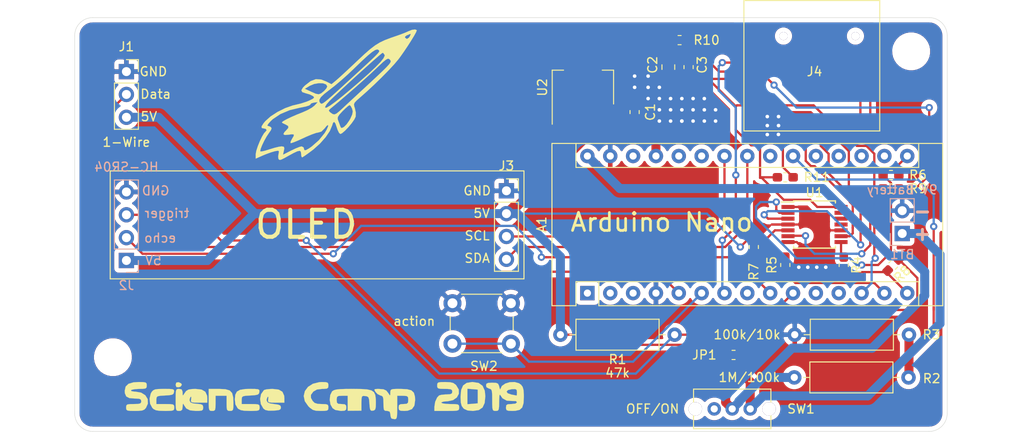
<source format=kicad_pcb>
(kicad_pcb (version 20171130) (host pcbnew 5.1.2+dfsg1-1)
  (layers (0 F.Cu signal) (31 B.Cu signal) (34 B.Paste user) (35 F.Paste user) (36 B.SilkS user) (37 F.SilkS user) (38 B.Mask user) (39 F.Mask user) (44 Edge.Cuts user))
  (net 0 "")
  (net 1 "Net-(A1-Pad30)")
  (net 2 GND)
  (net 3 "Net-(A1-Pad28)")
  (net 4 "Net-(A1-Pad12)")
  (net 5 +5V)
  (net 6 "Net-(A1-Pad11)")
  (net 7 "Net-(A1-Pad26)")
  (net 8 "Net-(A1-Pad10)")
  (net 9 "Net-(A1-Pad25)")
  (net 10 "Net-(A1-Pad9)")
  (net 11 /SCL)
  (net 12 "Net-(A1-Pad8)")
  (net 13 /SDA)
  (net 14 "Net-(A1-Pad22)")
  (net 15 "Net-(A1-Pad6)")
  (net 16 "Net-(A1-Pad21)")
  (net 17 "Net-(A1-Pad20)")
  (net 18 "Net-(A1-Pad19)")
  (net 19 "Net-(A1-Pad3)")
  (net 20 "Net-(A1-Pad18)")
  (net 21 "Net-(A1-Pad2)")
  (net 22 +3V3)
  (net 23 "Net-(A1-Pad1)")
  (net 24 "Net-(BT1-Pad1)")
  (net 25 "Net-(SW1-Pad1)")
  (net 26 SPI_SCK)
  (net 27 MISO)
  (net 28 MOSI)
  (net 29 SD_3V3)
  (net 30 "Net-(J4-Pad7)")
  (net 31 "Net-(J4-Pad3)")
  (net 32 "Net-(J4-Pad5)")
  (net 33 "Net-(R4-Pad1)")
  (net 34 "Net-(R5-Pad1)")
  (net 35 "Net-(R6-Pad1)")
  (net 36 "Net-(A1-Pad5)")
  (net 37 "Net-(J4-Pad1)")
  (net 38 "Net-(J4-Pad8)")
  (net 39 SD_SS)
  (net 40 SD_DETECT)
  (module parts:SOFNG_TF-15_15 (layer F.Cu) (at 197 86 180)
    (fp_text reference J4 (at 2.75 4) (layer F.SilkS))
    (fp_text value Micro_SD_Card_Det)
    (pad 8 smd rect (at 5.35 -2.6 180) (size 0.7 1.4) (layers F.Cu F.Paste F.Mask) (net 38 "Net-(J4-Pad8)"))
    (pad "" thru_hole circle (at 6.2 7.95 180) (size 0.9 0.9) (drill 0.9) (layers *.Cu *.Mask))
    (pad "" thru_hole circle (at -1.8 7.95 180) (size 0.9 0.9) (drill 0.9) (layers *.Cu *.Mask))
    (pad 7 smd rect (at 4.25 -2.6 180) (size 0.7 1.4) (layers F.Cu F.Paste F.Mask) (net 30 "Net-(J4-Pad7)"))
    (pad 6 smd rect (at 3.15 -2.6 180) (size 0.7 1.4) (layers F.Cu F.Paste F.Mask) (net 2 GND))
    (pad 5 smd rect (at 2.05 -2.6 180) (size 0.7 1.4) (layers F.Cu F.Paste F.Mask) (net 32 "Net-(J4-Pad5)"))
    (pad 4 smd rect (at 0.95 -2.6 180) (size 0.7 1.4) (layers F.Cu F.Paste F.Mask) (net 29 SD_3V3))
    (pad 3 smd rect (at -0.15 -2.6 180) (size 0.7 1.4) (layers F.Cu F.Paste F.Mask) (net 31 "Net-(J4-Pad3)"))
    (pad 2 smd rect (at -1.25 -2.6 180) (size 0.7 1.4) (layers F.Cu F.Paste F.Mask) (net 39 SD_SS))
    (pad 1 smd rect (at -2.35 -2.6 180) (size 0.7 1.4) (layers F.Cu F.Paste F.Mask) (net 37 "Net-(J4-Pad1)"))
    (pad 10 smd rect (at -3.45 -2.6 180) (size 0.7 1.4) (layers F.Cu F.Paste F.Mask) (net 40 SD_DETECT))
    (pad 11 smd rect (at 10 -1.9 180) (size 1.6 1.4) (layers F.Cu F.Paste F.Mask) (net 2 GND))
    (pad 11 smd rect (at -4.8 -1.9 180) (size 1.6 1.4) (layers F.Cu F.Paste F.Mask) (net 2 GND))
    (pad 11 smd rect (at 10.8 7.7 180) (size 1.2 2.2) (layers F.Cu F.Paste F.Mask) (net 2 GND))
    (pad 11 smd rect (at -4.7 7.7 180) (size 1.2 2.2) (layers F.Cu F.Paste F.Mask) (net 2 GND))
  )
  (module Resistor_SMD:R_0603_1608Metric_Pad1.05x0.95mm_HandSolder (layer F.Cu) (at 202.75 93.5)
    (fp_text reference R6 (at 3 0) (layer F.SilkS))
    (fp_text value R)
    (pad 2 smd roundrect (at 0.875 0) (size 1.05 0.95) (layers F.Cu F.Paste F.Mask) (net 26 SPI_SCK))
    (pad 1 smd roundrect (at -0.875 0) (size 1.05 0.95) (layers F.Cu F.Paste F.Mask) (net 35 "Net-(R6-Pad1)"))
  )
  (module Resistor_SMD:R_0603_1608Metric_Pad1.05x0.95mm_HandSolder (layer F.Cu) (at 191 103.5 270)
    (fp_text reference R5 (at 0 1.5 90) (layer F.SilkS))
    (fp_text value R)
    (pad 2 smd roundrect (at 0.875 0 270) (size 1.05 0.95) (layers F.Cu F.Paste F.Mask) (net 28 MOSI))
    (pad 1 smd roundrect (at -0.875 0 270) (size 1.05 0.95) (layers F.Cu F.Paste F.Mask) (net 34 "Net-(R5-Pad1)"))
  )
  (module Resistor_SMD:R_0603_1608Metric_Pad1.05x0.95mm_HandSolder (layer F.Cu) (at 197.5 103.5 270)
    (fp_text reference R4 (at 0 -1.43 90) (layer F.SilkS))
    (fp_text value R)
    (pad 2 smd roundrect (at 0.875 0 270) (size 1.05 0.95) (layers F.Cu F.Paste F.Mask) (net 27 MISO))
    (pad 1 smd roundrect (at -0.875 0 270) (size 1.05 0.95) (layers F.Cu F.Paste F.Mask) (net 33 "Net-(R4-Pad1)"))
  )
  (module Package_SO:TSSOP-14_4.4x5mm_P0.65mm (layer F.Cu) (at 194.25 99)
    (fp_text reference U1 (at 0 -3.55) (layer F.SilkS))
    (fp_text value 74LVC125)
    (pad 14 smd rect (at 2.95 -1.95) (size 1.45 0.45) (layers F.Cu F.Paste F.Mask) (net 29 SD_3V3))
    (pad 13 smd rect (at 2.95 -1.3) (size 1.45 0.45) (layers F.Cu F.Paste F.Mask))
    (pad 12 smd rect (at 2.95 -0.65) (size 1.45 0.45) (layers F.Cu F.Paste F.Mask))
    (pad 11 smd rect (at 2.95 0) (size 1.45 0.45) (layers F.Cu F.Paste F.Mask))
    (pad 10 smd rect (at 2.95 0.65) (size 1.45 0.45) (layers F.Cu F.Paste F.Mask) (net 2 GND))
    (pad 9 smd rect (at 2.95 1.3) (size 1.45 0.45) (layers F.Cu F.Paste F.Mask) (net 30 "Net-(J4-Pad7)"))
    (pad 8 smd rect (at 2.95 1.95) (size 1.45 0.45) (layers F.Cu F.Paste F.Mask) (net 33 "Net-(R4-Pad1)"))
    (pad 7 smd rect (at -2.95 1.95) (size 1.45 0.45) (layers F.Cu F.Paste F.Mask) (net 2 GND))
    (pad 6 smd rect (at -2.95 1.3) (size 1.45 0.45) (layers F.Cu F.Paste F.Mask) (net 31 "Net-(J4-Pad3)"))
    (pad 5 smd rect (at -2.95 0.65) (size 1.45 0.45) (layers F.Cu F.Paste F.Mask) (net 34 "Net-(R5-Pad1)"))
    (pad 4 smd rect (at -2.95 0) (size 1.45 0.45) (layers F.Cu F.Paste F.Mask) (net 2 GND))
    (pad 3 smd rect (at -2.95 -0.65) (size 1.45 0.45) (layers F.Cu F.Paste F.Mask) (net 32 "Net-(J4-Pad5)"))
    (pad 2 smd rect (at -2.95 -1.3) (size 1.45 0.45) (layers F.Cu F.Paste F.Mask) (net 35 "Net-(R6-Pad1)"))
    (pad 1 smd rect (at -2.95 -1.95) (size 1.45 0.45) (layers F.Cu F.Paste F.Mask) (net 2 GND))
  )
  (module Module:Arduino_Nano (layer F.Cu) (at 169 106.625 90)
    (fp_text reference A1 (at 7.62 -5.08 90) (layer F.SilkS))
    (fp_text value "Arduino Nano" (at 7.875 8.25) (layer F.SilkS) (effects (font (size 2 2) (thickness 0.3))))
    (pad 16 thru_hole oval (at 15.24 35.56 90) (size 1.6 1.6) (drill 0.8) (layers *.Cu *.Mask) (net 26 SPI_SCK))
    (pad 15 thru_hole oval (at 0 35.56 90) (size 1.6 1.6) (drill 0.8) (layers *.Cu *.Mask) (net 27 MISO))
    (pad 30 thru_hole oval (at 15.24 0 90) (size 1.6 1.6) (drill 0.8) (layers *.Cu *.Mask) (net 1 "Net-(A1-Pad30)"))
    (pad 14 thru_hole oval (at 0 33.02 90) (size 1.6 1.6) (drill 0.8) (layers *.Cu *.Mask) (net 28 MOSI))
    (pad 29 thru_hole oval (at 15.24 2.54 90) (size 1.6 1.6) (drill 0.8) (layers *.Cu *.Mask) (net 2 GND))
    (pad 13 thru_hole oval (at 0 30.48 90) (size 1.6 1.6) (drill 0.8) (layers *.Cu *.Mask) (net 39 SD_SS))
    (pad 28 thru_hole oval (at 15.24 5.08 90) (size 1.6 1.6) (drill 0.8) (layers *.Cu *.Mask) (net 3 "Net-(A1-Pad28)"))
    (pad 12 thru_hole oval (at 0 27.94 90) (size 1.6 1.6) (drill 0.8) (layers *.Cu *.Mask) (net 4 "Net-(A1-Pad12)"))
    (pad 27 thru_hole oval (at 15.24 7.62 90) (size 1.6 1.6) (drill 0.8) (layers *.Cu *.Mask) (net 5 +5V))
    (pad 11 thru_hole oval (at 0 25.4 90) (size 1.6 1.6) (drill 0.8) (layers *.Cu *.Mask) (net 6 "Net-(A1-Pad11)"))
    (pad 26 thru_hole oval (at 15.24 10.16 90) (size 1.6 1.6) (drill 0.8) (layers *.Cu *.Mask) (net 7 "Net-(A1-Pad26)"))
    (pad 10 thru_hole oval (at 0 22.86 90) (size 1.6 1.6) (drill 0.8) (layers *.Cu *.Mask) (net 8 "Net-(A1-Pad10)"))
    (pad 25 thru_hole oval (at 15.24 12.7 90) (size 1.6 1.6) (drill 0.8) (layers *.Cu *.Mask) (net 9 "Net-(A1-Pad25)"))
    (pad 9 thru_hole oval (at 0 20.32 90) (size 1.6 1.6) (drill 0.8) (layers *.Cu *.Mask) (net 10 "Net-(A1-Pad9)"))
    (pad 24 thru_hole oval (at 15.24 15.24 90) (size 1.6 1.6) (drill 0.8) (layers *.Cu *.Mask) (net 11 /SCL))
    (pad 8 thru_hole oval (at 0 17.78 90) (size 1.6 1.6) (drill 0.8) (layers *.Cu *.Mask) (net 12 "Net-(A1-Pad8)"))
    (pad 23 thru_hole oval (at 15.24 17.78 90) (size 1.6 1.6) (drill 0.8) (layers *.Cu *.Mask) (net 13 /SDA))
    (pad 7 thru_hole oval (at 0 15.24 90) (size 1.6 1.6) (drill 0.8) (layers *.Cu *.Mask) (net 40 SD_DETECT))
    (pad 22 thru_hole oval (at 15.24 20.32 90) (size 1.6 1.6) (drill 0.8) (layers *.Cu *.Mask) (net 14 "Net-(A1-Pad22)"))
    (pad 6 thru_hole oval (at 0 12.7 90) (size 1.6 1.6) (drill 0.8) (layers *.Cu *.Mask) (net 15 "Net-(A1-Pad6)"))
    (pad 21 thru_hole oval (at 15.24 22.86 90) (size 1.6 1.6) (drill 0.8) (layers *.Cu *.Mask) (net 16 "Net-(A1-Pad21)"))
    (pad 5 thru_hole oval (at 0 10.16 90) (size 1.6 1.6) (drill 0.8) (layers *.Cu *.Mask) (net 36 "Net-(A1-Pad5)"))
    (pad 20 thru_hole oval (at 15.24 25.4 90) (size 1.6 1.6) (drill 0.8) (layers *.Cu *.Mask) (net 17 "Net-(A1-Pad20)"))
    (pad 4 thru_hole oval (at 0 7.62 90) (size 1.6 1.6) (drill 0.8) (layers *.Cu *.Mask) (net 2 GND))
    (pad 19 thru_hole oval (at 15.24 27.94 90) (size 1.6 1.6) (drill 0.8) (layers *.Cu *.Mask) (net 18 "Net-(A1-Pad19)"))
    (pad 3 thru_hole oval (at 0 5.08 90) (size 1.6 1.6) (drill 0.8) (layers *.Cu *.Mask) (net 19 "Net-(A1-Pad3)"))
    (pad 18 thru_hole oval (at 15.24 30.48 90) (size 1.6 1.6) (drill 0.8) (layers *.Cu *.Mask) (net 20 "Net-(A1-Pad18)"))
    (pad 2 thru_hole oval (at 0 2.54 90) (size 1.6 1.6) (drill 0.8) (layers *.Cu *.Mask) (net 21 "Net-(A1-Pad2)"))
    (pad 17 thru_hole oval (at 15.24 33.02 90) (size 1.6 1.6) (drill 0.8) (layers *.Cu *.Mask) (net 22 +3V3))
    (pad 1 thru_hole rect (at 0 0 90) (size 1.6 1.6) (drill 0.8) (layers *.Cu *.Mask) (net 23 "Net-(A1-Pad1)"))
  )
  (module parts:12832_SSD1306 (layer F.Cu) (at 160 95.25)
    (fp_text reference J3 (at 0 -2.77 180) (layer F.SilkS))
    (fp_text value OLED (at -22.25 3.75 180) (layer F.SilkS) (effects (font (size 3 3) (thickness 0.45))))
    (pad 4 thru_hole oval (at 0 7.62) (size 1.7 1.7) (drill 1) (layers *.Cu *.Mask) (net 13 /SDA))
    (pad 3 thru_hole oval (at 0 5.08) (size 1.7 1.7) (drill 1) (layers *.Cu *.Mask) (net 11 /SCL))
    (pad 2 thru_hole oval (at 0 2.54 180) (size 1.7 1.7) (drill 1) (layers *.Cu *.Mask) (net 5 +5V))
    (pad 1 thru_hole rect (at 0 0) (size 1.7 1.7) (drill 1) (layers *.Cu *.Mask) (net 2 GND))
  )
  (module Resistor_SMD:R_0603_1608Metric_Pad1.05x0.95mm_HandSolder (layer F.Cu) (at 191 93.75)
    (fp_text reference R11 (at 3.5 0) (layer F.SilkS))
    (fp_text value 47/50k)
    (pad 2 smd roundrect (at 0.875 0) (size 1.05 0.95) (layers F.Cu F.Paste F.Mask) (net 38 "Net-(J4-Pad8)"))
    (pad 1 smd roundrect (at -0.875 0) (size 1.05 0.95) (layers F.Cu F.Paste F.Mask) (net 29 SD_3V3))
  )
  (module Resistor_SMD:R_0603_1608Metric_Pad1.05x0.95mm_HandSolder (layer F.Cu) (at 179.25 78.5)
    (fp_text reference R10 (at 3 0) (layer F.SilkS))
    (fp_text value 47/50k)
    (pad 2 smd roundrect (at 0.875 0) (size 1.05 0.95) (layers F.Cu F.Paste F.Mask) (net 37 "Net-(J4-Pad1)"))
    (pad 1 smd roundrect (at -0.875 0) (size 1.05 0.95) (layers F.Cu F.Paste F.Mask) (net 29 SD_3V3))
  )
  (module Resistor_SMD:R_0603_1608Metric_Pad1.05x0.95mm_HandSolder (layer F.Cu) (at 202.75 95 180)
    (fp_text reference R9 (at -3 0) (layer F.SilkS))
    (fp_text value 47k/50k)
    (pad 2 smd roundrect (at 0.875 0 180) (size 1.05 0.95) (layers F.Cu F.Paste F.Mask) (net 39 SD_SS))
    (pad 1 smd roundrect (at -0.875 0 180) (size 1.05 0.95) (layers F.Cu F.Paste F.Mask) (net 29 SD_3V3))
  )
  (module Resistor_SMD:R_0603_1608Metric_Pad1.05x0.95mm_HandSolder (layer F.Cu) (at 203 103.5 225)
    (fp_text reference R8 (at 0 -1.43 45) (layer F.SilkS))
    (fp_text value 47/50k)
    (pad 2 smd roundrect (at 0.875 0 225) (size 1.05 0.95) (layers F.Cu F.Paste F.Mask) (net 27 MISO))
    (pad 1 smd roundrect (at -0.875 0 225) (size 1.05 0.95) (layers F.Cu F.Paste F.Mask) (net 5 +5V))
  )
  (module Resistor_SMD:R_0603_1608Metric_Pad1.05x0.95mm_HandSolder (layer F.Cu) (at 187.5 101.5 90)
    (fp_text reference R7 (at -2.75 0 90) (layer F.SilkS))
    (fp_text value 47/70k)
    (pad 2 smd roundrect (at 0.875 0 90) (size 1.05 0.95) (layers F.Cu F.Paste F.Mask) (net 5 +5V))
    (pad 1 smd roundrect (at -0.875 0 90) (size 1.05 0.95) (layers F.Cu F.Paste F.Mask) (net 28 MOSI))
  )
  (module MountingHole:MountingHole_3.2mm_M3_DIN965 (layer F.Cu) (at 116.25 113.75)
    (fp_text reference REF**)
    (fp_text value MountingHole_3.2mm_M3_DIN965)
    (pad 1 np_thru_hole circle (at 0 0) (size 3.2 3.2) (drill 3.2) (layers *.Cu *.Mask))
  )
  (module MountingHole:MountingHole_3.2mm_M3_DIN965 (layer F.Cu) (at 205 79.75)
    (fp_text reference REF**)
    (fp_text value MountingHole_3.2mm_M3_DIN965)
    (pad 1 np_thru_hole circle (at 0 0) (size 3.2 3.2) (drill 3.2) (layers *.Cu *.Mask))
  )
  (module Button_Switch_THT:SW_PUSH_6mm_H13mm (layer F.Cu) (at 154 107.75)
    (fp_text reference SW2 (at 3.5 7) (layer F.SilkS))
    (fp_text value action (at -4.25 2) (layer F.SilkS))
    (pad 1 thru_hole circle (at 6.5 0 90) (size 2 2) (drill 1.1) (layers *.Cu *.Mask) (net 2 GND))
    (pad 2 thru_hole circle (at 6.5 4.5 90) (size 2 2) (drill 1.1) (layers *.Cu *.Mask) (net 15 "Net-(A1-Pad6)"))
    (pad 1 thru_hole circle (at 0 0 90) (size 2 2) (drill 1.1) (layers *.Cu *.Mask) (net 2 GND))
    (pad 2 thru_hole circle (at 0 4.5 90) (size 2 2) (drill 1.1) (layers *.Cu *.Mask) (net 15 "Net-(A1-Pad6)"))
  )
  (module Resistor_THT:R_Axial_DIN0309_L9.0mm_D3.2mm_P12.70mm_Horizontal (layer F.Cu) (at 204.75 111.25 180)
    (fp_text reference R3 (at -2.5 0 180) (layer F.SilkS))
    (fp_text value 100k/10k (at 18 0) (layer F.SilkS))
    (pad 2 thru_hole oval (at 12.7 0 180) (size 1.6 1.6) (drill 0.8) (layers *.Cu *.Mask) (net 2 GND))
    (pad 1 thru_hole circle (at 0 0 180) (size 1.6 1.6) (drill 0.8) (layers *.Cu *.Mask) (net 16 "Net-(A1-Pad21)"))
  )
  (module Resistor_THT:R_Axial_DIN0309_L9.0mm_D3.2mm_P12.70mm_Horizontal (layer F.Cu) (at 192 116)
    (fp_text reference R2 (at 15.274999 0.124999) (layer F.SilkS))
    (fp_text value 1M/100k (at -5 0) (layer F.SilkS))
    (pad 2 thru_hole oval (at 12.7 0) (size 1.6 1.6) (drill 0.8) (layers *.Cu *.Mask) (net 16 "Net-(A1-Pad21)"))
    (pad 1 thru_hole circle (at 0 0) (size 1.6 1.6) (drill 0.8) (layers *.Cu *.Mask) (net 1 "Net-(A1-Pad30)"))
  )
  (module Package_TO_SOT_SMD:SOT-223-3_TabPin2 (layer F.Cu) (at 168.5 83.75 90)
    (fp_text reference U2 (at 0 -4.5 90) (layer F.SilkS))
    (fp_text value AMS1117-3.3)
    (pad 1 smd rect (at -3.15 -2.3 90) (size 2 1.5) (layers F.Cu F.Paste F.Mask) (net 2 GND))
    (pad 3 smd rect (at -3.15 2.3 90) (size 2 1.5) (layers F.Cu F.Paste F.Mask) (net 5 +5V))
    (pad 2 smd rect (at -3.15 0 90) (size 2 1.5) (layers F.Cu F.Paste F.Mask) (net 29 SD_3V3))
    (pad 2 smd rect (at 3.15 0 90) (size 2 3.8) (layers F.Cu F.Paste F.Mask) (net 29 SD_3V3))
  )
  (module Capacitor_SMD:C_0603_1608Metric_Pad1.05x0.95mm_HandSolder (layer F.Cu) (at 180.25 81.5 270)
    (fp_text reference C3 (at -0.25 -1.5 90) (layer F.SilkS))
    (fp_text value 0.01uF)
    (pad 2 smd roundrect (at 0.875 0 270) (size 1.05 0.95) (layers F.Cu F.Paste F.Mask) (net 2 GND))
    (pad 1 smd roundrect (at -0.875 0 270) (size 1.05 0.95) (layers F.Cu F.Paste F.Mask) (net 29 SD_3V3))
  )
  (module Capacitor_SMD:C_0805_2012Metric (layer F.Cu) (at 178 81.5 270)
    (fp_text reference C2 (at -0.25 1.75 90) (layer F.SilkS))
    (fp_text value 10uF)
    (pad 2 smd roundrect (at 0.9375 0 270) (size 0.975 1.4) (layers F.Cu F.Paste F.Mask) (net 2 GND))
    (pad 1 smd roundrect (at -0.9375 0 270) (size 0.975 1.4) (layers F.Cu F.Paste F.Mask) (net 29 SD_3V3))
  )
  (module Capacitor_SMD:C_0603_1608Metric_Pad1.05x0.95mm_HandSolder (layer F.Cu) (at 174.25 86.5 90)
    (fp_text reference C1 (at 0 1.75 90) (layer F.SilkS))
    (fp_text value 0.01uF)
    (pad 2 smd roundrect (at 0.875 0 90) (size 1.05 0.95) (layers F.Cu F.Paste F.Mask) (net 2 GND))
    (pad 1 smd roundrect (at -0.875 0 90) (size 1.05 0.95) (layers F.Cu F.Paste F.Mask) (net 5 +5V))
  )
  (module Connector_PinHeader_2.54mm:PinHeader_1x02_P2.54mm_Vertical (layer B.Cu) (at 204 100)
    (fp_text reference BT1 (at 0 2.33) (layer B.SilkS) (effects (justify mirror)))
    (fp_text value "9V Battery" (at 0 -4.87) (layer B.SilkS) (effects (justify mirror)))
    (pad 2 thru_hole oval (at 0 -2.54) (size 1.7 1.7) (drill 1) (layers *.Cu *.Mask) (net 2 GND))
    (pad 1 thru_hole rect (at 0 0) (size 1.7 1.7) (drill 1) (layers *.Cu *.Mask) (net 24 "Net-(BT1-Pad1)"))
  )
  (module parts:schriftzug (layer F.Cu) (at 139.75 118.5)
    (fp_text reference G*** hide)
    (fp_text value LOGO hide)
  )
  (module Resistor_SMD:R_0603_1608Metric_Pad1.05x0.95mm_HandSolder (layer F.Cu) (at 185.25 113.5)
    (fp_text reference JP1 (at -3.25 0) (layer F.SilkS))
    (fp_text value switch_bypass)
    (pad 2 smd roundrect (at 0.875 0) (size 1.05 0.95) (layers F.Cu F.Paste F.Mask) (net 24 "Net-(BT1-Pad1)"))
    (pad 1 smd roundrect (at -0.875 0) (size 1.05 0.95) (layers F.Cu F.Paste F.Mask) (net 1 "Net-(A1-Pad30)"))
  )
  (module parts:OS102011MA1QN1 (layer F.Cu) (at 184 119.5)
    (fp_text reference SW1 (at 8.75 0) (layer F.SilkS))
    (fp_text value OFF/ON (at -7.75 0) (layer F.SilkS))
    (pad "" thru_hole circle (at 5.2 0) (size 1.5 1.5) (drill 1.5) (layers *.Cu *.Mask))
    (pad 3 thru_hole circle (at 3.1 0) (size 1.5 1.5) (drill 0.8) (layers *.Cu *.Mask) (net 24 "Net-(BT1-Pad1)"))
    (pad 2 thru_hole circle (at 1.1 0) (size 1.5 1.5) (drill 0.8) (layers *.Cu *.Mask) (net 1 "Net-(A1-Pad30)"))
    (pad 1 thru_hole circle (at -0.9 0) (size 1.5 1.5) (drill 0.8) (layers *.Cu *.Mask) (net 25 "Net-(SW1-Pad1)"))
    (pad "" thru_hole circle (at -3 0) (size 1.5 1.5) (drill 1.5) (layers *.Cu *.Mask))
  )
  (module parts:stift (layer F.Cu) (at 141 84.5)
    (fp_text reference G*** hide)
    (fp_text value LOGO hide)
  )
  (module Resistor_THT:R_Axial_DIN0309_L9.0mm_D3.2mm_P12.70mm_Horizontal (layer F.Cu) (at 166 111.25)
    (fp_text reference R1 (at 6.35 2.75) (layer F.SilkS))
    (fp_text value 47k (at 6.35 4.25) (layer F.SilkS))
    (pad 2 thru_hole oval (at 12.7 0) (size 1.6 1.6) (drill 0.8) (layers *.Cu *.Mask) (net 8 "Net-(A1-Pad10)"))
    (pad 1 thru_hole circle (at 0 0) (size 1.6 1.6) (drill 0.8) (layers *.Cu *.Mask) (net 5 +5V))
  )
  (module Connector_PinSocket_2.54mm:PinSocket_1x04_P2.54mm_Vertical (layer B.Cu) (at 117.75 103)
    (fp_text reference J2 (at 0 2.77) (layer B.SilkS) (effects (justify mirror)))
    (fp_text value HC-SR04 (at 0 -10.39) (layer B.SilkS) (effects (justify mirror)))
    (pad 4 thru_hole oval (at 0 -7.62) (size 1.7 1.7) (drill 1) (layers *.Cu *.Mask) (net 2 GND))
    (pad 3 thru_hole oval (at 0 -5.08) (size 1.7 1.7) (drill 1) (layers *.Cu *.Mask) (net 36 "Net-(A1-Pad5)"))
    (pad 2 thru_hole oval (at 0 -2.54) (size 1.7 1.7) (drill 1) (layers *.Cu *.Mask) (net 10 "Net-(A1-Pad9)"))
    (pad 1 thru_hole rect (at 0 0) (size 1.7 1.7) (drill 1) (layers *.Cu *.Mask) (net 5 +5V))
  )
  (module Connector_PinSocket_2.54mm:PinSocket_1x03_P2.54mm_Vertical (layer F.Cu) (at 117.75 82)
    (fp_text reference J1 (at 0 -2.77) (layer F.SilkS))
    (fp_text value 1-Wire (at 0 7.85) (layer F.SilkS))
    (pad 3 thru_hole oval (at 0 5.08) (size 1.7 1.7) (drill 1) (layers *.Cu *.Mask) (net 5 +5V))
    (pad 2 thru_hole oval (at 0 2.54) (size 1.7 1.7) (drill 1) (layers *.Cu *.Mask) (net 8 "Net-(A1-Pad10)"))
    (pad 1 thru_hole rect (at 0 0) (size 1.7 1.7) (drill 1) (layers *.Cu *.Mask) (net 2 GND))
  )
  (gr_text trigger (at 122.25 97.75) (layer B.SilkS) (effects (font (size 1 1)) (justify mirror)))
  (gr_text echo (at 121.5 100.5) (layer B.SilkS) (effects (font (size 1 1)) (justify mirror)))
  (gr_text 5V (at 120.75 103) (layer B.SilkS) (effects (font (size 1 1)) (justify mirror)))
  (gr_text GND (at 121 95.25) (layer B.SilkS) (effects (font (size 1 1)) (justify mirror)))
  (gr_text SDA (at 156.75 102.75) (layer F.SilkS) (effects (font (size 1 1))))
  (gr_text SCL (at 156.75 100.25) (layer F.SilkS) (effects (font (size 1 1))))
  (gr_text 5V (at 157.25 97.75) (layer F.SilkS) (effects (font (size 1 1))))
  (gr_text GND (at 156.75 95.25) (layer F.SilkS) (effects (font (size 1 1))))
  (gr_text GND (at 120.75 82) (layer F.SilkS) (effects (font (size 1 1))))
  (gr_text Data (at 121 84.5) (layer F.SilkS) (effects (font (size 1 1))))
  (gr_text 5V (at 120.25 87) (layer F.SilkS) (effects (font (size 1 1))))
  (gr_text - (at 206.25 97.5) (layer B.SilkS) (effects (font (size 1.5 1.5) (thickness 0.3)) (justify mirror)))
  (gr_text - (at 206.25 97.5) (layer F.SilkS) (effects (font (size 1.5 1.5) (thickness 0.3))))
  (gr_text + (at 206.25 100) (layer B.SilkS) (effects (font (size 1.5 1.5) (thickness 0.3)) (justify mirror)))
  (gr_text + (at 206.25 100) (layer F.SilkS) (effects (font (size 1.5 1.5) (thickness 0.3))))
  (gr_arc (start 114 120) (end 112 120) (angle -90) (layer Edge.Cuts) (width 0.05))
  (gr_line (start 207 122) (end 114 122) (layer Edge.Cuts) (width 0.05))
  (gr_line (start 112 120) (end 112 78) (layer Edge.Cuts) (width 0.05))
  (gr_arc (start 114 78) (end 114 76) (angle -90) (layer Edge.Cuts) (width 0.05))
  (gr_arc (start 207 120) (end 207 122) (angle -90) (layer Edge.Cuts) (width 0.05))
  (gr_line (start 209 78) (end 209 120) (layer Edge.Cuts) (width 0.05))
  (gr_arc (start 207 78) (end 209 78) (angle -90) (layer Edge.Cuts) (width 0.05))
  (gr_line (start 114 76) (end 207 76) (layer Edge.Cuts) (width 0.05))
  (segment (start 185.849999 118.750001) (end 185.849999 118.650001) (width 1) (layer B.Cu) (net 1))
  (segment (start 185.1 119.5) (end 185.849999 118.750001) (width 1) (layer B.Cu) (net 1))
  (segment (start 188.5 116) (end 192 116) (width 1) (layer B.Cu) (net 1))
  (segment (start 185.849999 118.650001) (end 188.5 116) (width 1) (layer B.Cu) (net 1))
  (segment (start 195.155002 95) (end 172.615 95) (width 1) (layer B.Cu) (net 1))
  (segment (start 202.655002 102.5) (end 195.155002 95) (width 1) (layer B.Cu) (net 1))
  (segment (start 191.749999 112.750001) (end 200.655001 112.750001) (width 1) (layer B.Cu) (net 1))
  (segment (start 206.5 104.25) (end 204.75 102.5) (width 1) (layer B.Cu) (net 1))
  (segment (start 200.655001 112.750001) (end 206.5 106.905002) (width 1) (layer B.Cu) (net 1))
  (segment (start 172.615 95) (end 169 91.385) (width 1) (layer B.Cu) (net 1))
  (segment (start 206.5 106.905002) (end 206.5 104.25) (width 1) (layer B.Cu) (net 1))
  (segment (start 185.849999 118.650001) (end 191.749999 112.750001) (width 1) (layer B.Cu) (net 1))
  (segment (start 204.75 102.5) (end 202.655002 102.5) (width 1) (layer B.Cu) (net 1))
  (segment (start 184.375 114.5) (end 184.375 113.5) (width 1) (layer F.Cu) (net 1))
  (segment (start 185.1 119.5) (end 184.375 118.775) (width 1) (layer F.Cu) (net 1))
  (segment (start 184.375 118.775) (end 184.375 114.5) (width 1) (layer F.Cu) (net 1))
  (via (at 174.25 83.75) (size 0.8) (drill 0.4) (layers F.Cu B.Cu) (net 2))
  (via (at 174.25 82.5) (size 0.8) (drill 0.4) (layers F.Cu B.Cu) (net 2))
  (via (at 175.75 82.5) (size 0.8) (drill 0.4) (layers F.Cu B.Cu) (net 2))
  (via (at 175.75 83.75) (size 0.8) (drill 0.4) (layers F.Cu B.Cu) (net 2))
  (via (at 175.75 85) (size 0.8) (drill 0.4) (layers F.Cu B.Cu) (net 2))
  (via (at 177 85) (size 0.8) (drill 0.4) (layers F.Cu B.Cu) (net 2))
  (via (at 177 83.75) (size 0.8) (drill 0.4) (layers F.Cu B.Cu) (net 2))
  (segment (start 191.3 99) (end 189.5 99) (width 0.25) (layer F.Cu) (net 2))
  (segment (start 189.5 99) (end 193.25 99) (width 0.25) (layer F.Cu) (net 2))
  (segment (start 197.2 99.65) (end 195.1 99.65) (width 0.25) (layer F.Cu) (net 2))
  (segment (start 191.3 97.05) (end 192.8 97.05) (width 0.25) (layer F.Cu) (net 2))
  (via (at 178.25 85) (size 0.8) (drill 0.4) (layers F.Cu B.Cu) (net 2))
  (via (at 179.5 85) (size 0.8) (drill 0.4) (layers F.Cu B.Cu) (net 2))
  (via (at 180.75 85) (size 0.8) (drill 0.4) (layers F.Cu B.Cu) (net 2))
  (via (at 182 85) (size 0.8) (drill 0.4) (layers F.Cu B.Cu) (net 2))
  (via (at 182 86.25) (size 0.8) (drill 0.4) (layers F.Cu B.Cu) (net 2))
  (via (at 180.75 86.25) (size 0.8) (drill 0.4) (layers F.Cu B.Cu) (net 2))
  (via (at 179.5 86.25) (size 0.8) (drill 0.4) (layers F.Cu B.Cu) (net 2))
  (via (at 178.25 86.25) (size 0.8) (drill 0.4) (layers F.Cu B.Cu) (net 2))
  (via (at 177 86.25) (size 0.8) (drill 0.4) (layers F.Cu B.Cu) (net 2))
  (via (at 177 87.5) (size 0.8) (drill 0.4) (layers F.Cu B.Cu) (net 2))
  (via (at 178.25 87.5) (size 0.8) (drill 0.4) (layers F.Cu B.Cu) (net 2))
  (via (at 179.5 87.5) (size 0.8) (drill 0.4) (layers F.Cu B.Cu) (net 2))
  (via (at 179.5 87.5) (size 0.8) (drill 0.4) (layers F.Cu B.Cu) (net 2))
  (via (at 180.75 87.5) (size 0.8) (drill 0.4) (layers F.Cu B.Cu) (net 2))
  (via (at 182 87.5) (size 0.8) (drill 0.4) (layers F.Cu B.Cu) (net 2))
  (via (at 183.25 86.25) (size 0.8) (drill 0.4) (layers F.Cu B.Cu) (net 2))
  (via (at 183.25 87.5) (size 0.8) (drill 0.4) (layers F.Cu B.Cu) (net 2))
  (via (at 189 87) (size 0.8) (drill 0.4) (layers F.Cu B.Cu) (net 2))
  (via (at 190.25 87) (size 0.8) (drill 0.4) (layers F.Cu B.Cu) (net 2))
  (via (at 190.25 88) (size 0.8) (drill 0.4) (layers F.Cu B.Cu) (net 2))
  (via (at 189 88) (size 0.8) (drill 0.4) (layers F.Cu B.Cu) (net 2))
  (via (at 189 89) (size 0.8) (drill 0.4) (layers F.Cu B.Cu) (net 2))
  (via (at 190.237713 88.986967) (size 0.8) (drill 0.4) (layers F.Cu B.Cu) (net 2))
  (segment (start 194.4 99.65) (end 194.4 100.856494) (width 0.25) (layer F.Cu) (net 2))
  (segment (start 192.275 100.95) (end 192.575 101.25) (width 0.25) (layer F.Cu) (net 2))
  (segment (start 191.3 100.95) (end 192.275 100.95) (width 0.25) (layer F.Cu) (net 2))
  (via (at 192.5 103.75) (size 0.8) (drill 0.4) (layers F.Cu B.Cu) (net 2))
  (via (at 193.5 103.75) (size 0.8) (drill 0.4) (layers F.Cu B.Cu) (net 2))
  (via (at 194.5 103.75) (size 0.8) (drill 0.4) (layers F.Cu B.Cu) (net 2))
  (via (at 195.5 103.75) (size 0.8) (drill 0.4) (layers F.Cu B.Cu) (net 2))
  (segment (start 160 97.79) (end 131.96 97.79) (width 1) (layer B.Cu) (net 5))
  (segment (start 126.75 103) (end 117.75 103) (width 1) (layer B.Cu) (net 5))
  (segment (start 131.96 97.79) (end 126.75 103) (width 1) (layer B.Cu) (net 5))
  (segment (start 131.96 97.79) (end 131.96 97.71) (width 1) (layer B.Cu) (net 5))
  (segment (start 121.33 87.08) (end 117.75 87.08) (width 1) (layer B.Cu) (net 5))
  (segment (start 131.96 97.71) (end 121.33 87.08) (width 1) (layer B.Cu) (net 5))
  (segment (start 166 102.58) (end 161.21 97.79) (width 1) (layer B.Cu) (net 5))
  (segment (start 166 111.25) (end 166 102.58) (width 1) (layer B.Cu) (net 5))
  (segment (start 160 97.79) (end 161.21 97.79) (width 1) (layer B.Cu) (net 5))
  (segment (start 176.62 89.745) (end 174.25 87.375) (width 1) (layer F.Cu) (net 5))
  (segment (start 176.62 91.385) (end 176.62 89.745) (width 1) (layer F.Cu) (net 5))
  (segment (start 171.275 87.375) (end 170.8 86.9) (width 1) (layer F.Cu) (net 5))
  (segment (start 174.25 87.375) (end 171.275 87.375) (width 1) (layer F.Cu) (net 5))
  (segment (start 160.849999 96.940001) (end 160 97.79) (width 1) (layer F.Cu) (net 5))
  (segment (start 161.224997 96.940001) (end 160.849999 96.940001) (width 1) (layer F.Cu) (net 5))
  (segment (start 170.8 87.364998) (end 161.224997 96.940001) (width 1) (layer F.Cu) (net 5))
  (segment (start 170.8 86.9) (end 170.8 87.364998) (width 1) (layer F.Cu) (net 5))
  (segment (start 187.5 100.625) (end 186.875 100.625) (width 0.25) (layer F.Cu) (net 5))
  (via (at 186 101.5) (size 0.8) (drill 0.4) (layers F.Cu B.Cu) (net 5))
  (segment (start 186.875 100.625) (end 186 101.5) (width 0.25) (layer F.Cu) (net 5))
  (segment (start 182.29 97.79) (end 160 97.79) (width 0.25) (layer B.Cu) (net 5))
  (segment (start 186 101.5) (end 182.29 97.79) (width 0.25) (layer B.Cu) (net 5))
  (segment (start 205.685001 107.165001) (end 204.350002 108.5) (width 0.25) (layer F.Cu) (net 5))
  (segment (start 203.618718 102.881282) (end 205.685001 104.947565) (width 0.25) (layer F.Cu) (net 5))
  (segment (start 205.685001 104.947565) (end 205.685001 107.165001) (width 0.25) (layer F.Cu) (net 5))
  (segment (start 204.350002 108.5) (end 191.5 108.5) (width 0.25) (layer F.Cu) (net 5))
  (segment (start 187.624999 112.375001) (end 170.124999 112.375001) (width 0.25) (layer F.Cu) (net 5))
  (segment (start 191.5 108.5) (end 187.624999 112.375001) (width 0.25) (layer F.Cu) (net 5))
  (segment (start 168.999998 111.25) (end 166 111.25) (width 0.25) (layer F.Cu) (net 5))
  (segment (start 170.124999 112.375001) (end 168.999998 111.25) (width 0.25) (layer F.Cu) (net 5))
  (segment (start 187.235 111.25) (end 191.86 106.625) (width 0.25) (layer F.Cu) (net 8))
  (segment (start 178.7 111.25) (end 187.235 111.25) (width 0.25) (layer F.Cu) (net 8))
  (segment (start 174.374999 115.575001) (end 152.541625 115.575001) (width 0.25) (layer B.Cu) (net 8))
  (segment (start 137.175929 100.77499) (end 137.741614 100.77499) (width 0.25) (layer F.Cu) (net 8))
  (segment (start 178.7 111.25) (end 174.374999 115.575001) (width 0.25) (layer B.Cu) (net 8))
  (segment (start 138.141613 101.174989) (end 137.741614 100.77499) (width 0.25) (layer B.Cu) (net 8))
  (segment (start 115.5 88) (end 128.27499 100.77499) (width 0.25) (layer F.Cu) (net 8))
  (segment (start 128.27499 100.77499) (end 137.175929 100.77499) (width 0.25) (layer F.Cu) (net 8))
  (segment (start 152.541625 115.575001) (end 138.141613 101.174989) (width 0.25) (layer B.Cu) (net 8))
  (via (at 137.741614 100.77499) (size 0.8) (drill 0.4) (layers F.Cu B.Cu) (net 8))
  (segment (start 115.5 86.79) (end 115.5 88) (width 0.25) (layer F.Cu) (net 8))
  (segment (start 117.75 84.54) (end 115.5 86.79) (width 0.25) (layer F.Cu) (net 8))
  (via (at 140.75 102.25) (size 0.8) (drill 0.4) (layers F.Cu B.Cu) (net 10))
  (segment (start 119.54 102.25) (end 140.184315 102.25) (width 0.25) (layer F.Cu) (net 10))
  (segment (start 140.184315 102.25) (end 140.75 102.25) (width 0.25) (layer F.Cu) (net 10))
  (segment (start 117.75 100.46) (end 119.54 102.25) (width 0.25) (layer F.Cu) (net 10))
  (via (at 163.88766 102.63766) (size 0.8) (drill 0.4) (layers F.Cu B.Cu) (net 10))
  (segment (start 189.32 106.625) (end 185.33266 102.63766) (width 0.25) (layer F.Cu) (net 10))
  (segment (start 164.453345 102.63766) (end 163.88766 102.63766) (width 0.25) (layer F.Cu) (net 10))
  (segment (start 163.88766 102.071975) (end 163.88766 102.63766) (width 0.25) (layer B.Cu) (net 10))
  (segment (start 160.970684 99.154999) (end 163.88766 102.071975) (width 0.25) (layer B.Cu) (net 10))
  (segment (start 140.75 102.25) (end 143.845001 99.154999) (width 0.25) (layer B.Cu) (net 10))
  (segment (start 185.33266 102.63766) (end 164.453345 102.63766) (width 0.25) (layer F.Cu) (net 10))
  (segment (start 143.845001 99.154999) (end 160.970684 99.154999) (width 0.25) (layer B.Cu) (net 10))
  (segment (start 184.24 91.385) (end 184.24 99.01) (width 0.25) (layer F.Cu) (net 11))
  (segment (start 184.24 99.01) (end 182.92 100.33) (width 0.25) (layer F.Cu) (net 11))
  (segment (start 182.92 100.33) (end 160 100.33) (width 0.25) (layer F.Cu) (net 11))
  (segment (start 161.37 101.5) (end 184.323004 101.5) (width 0.25) (layer F.Cu) (net 13))
  (segment (start 186.78 92.51637) (end 186.78 91.385) (width 0.25) (layer F.Cu) (net 13))
  (segment (start 160 102.87) (end 161.37 101.5) (width 0.25) (layer F.Cu) (net 13))
  (segment (start 186.78 99.043004) (end 186.78 92.51637) (width 0.25) (layer F.Cu) (net 13))
  (segment (start 184.323004 101.5) (end 186.78 99.043004) (width 0.25) (layer F.Cu) (net 13))
  (segment (start 181.7 106.625) (end 174.075 114.25) (width 0.25) (layer B.Cu) (net 15))
  (segment (start 161.914213 113.664213) (end 160.5 112.25) (width 0.25) (layer B.Cu) (net 15))
  (segment (start 159.085787 112.25) (end 154 112.25) (width 0.25) (layer B.Cu) (net 15))
  (segment (start 160.5 112.25) (end 159.085787 112.25) (width 0.25) (layer B.Cu) (net 15))
  (segment (start 162.5 114.25) (end 160.5 112.25) (width 0.25) (layer B.Cu) (net 15))
  (segment (start 174.075 114.25) (end 162.5 114.25) (width 0.25) (layer B.Cu) (net 15))
  (segment (start 204.75 111.3) (end 204.7 111.25) (width 1) (layer F.Cu) (net 16))
  (segment (start 207.5 99.220998) (end 207.5 99.220998) (width 0.25) (layer F.Cu) (net 16))
  (via (at 207.5 99.220998) (size 0.8) (drill 0.4) (layers F.Cu B.Cu) (net 16))
  (segment (start 207.5 99.220998) (end 207.5 95.75) (width 0.25) (layer B.Cu) (net 16))
  (segment (start 207.5 95.75) (end 205.75 94) (width 0.25) (layer B.Cu) (net 16))
  (segment (start 194.475 94) (end 191.86 91.385) (width 0.25) (layer B.Cu) (net 16))
  (segment (start 205.75 94) (end 194.475 94) (width 0.25) (layer B.Cu) (net 16))
  (segment (start 204.75 113.75) (end 204.75 111.3) (width 1) (layer F.Cu) (net 16))
  (segment (start 207.5 108) (end 207.5 99.220998) (width 0.25) (layer F.Cu) (net 16))
  (segment (start 207.5 108.5) (end 207.5 108.25) (width 0.25) (layer F.Cu) (net 16))
  (segment (start 207.5 108.25) (end 207.5 108) (width 0.25) (layer F.Cu) (net 16))
  (segment (start 204.75 116) (end 204.75 114.25) (width 1) (layer F.Cu) (net 16))
  (segment (start 204.75 114.25) (end 204.75 114) (width 0.25) (layer F.Cu) (net 16))
  (segment (start 204.75 114.25) (end 204.75 113.75) (width 1) (layer F.Cu) (net 16))
  (segment (start 207.5 111.25) (end 207.5 110.75) (width 0.25) (layer F.Cu) (net 16))
  (segment (start 204.75 114) (end 207.5 111.25) (width 0.25) (layer F.Cu) (net 16))
  (segment (start 207.5 111) (end 207.5 110.75) (width 0.25) (layer F.Cu) (net 16))
  (segment (start 207.5 110.75) (end 207.5 108.25) (width 0.25) (layer F.Cu) (net 16))
  (segment (start 187.1 116.475) (end 186.125 115.5) (width 1) (layer F.Cu) (net 24))
  (segment (start 187.1 119.5) (end 187.1 116.475) (width 1) (layer F.Cu) (net 24))
  (segment (start 204 100) (end 205.85 100) (width 1) (layer B.Cu) (net 24))
  (segment (start 187.849999 118.750001) (end 187.1 119.5) (width 1) (layer B.Cu) (net 24))
  (segment (start 188.550001 118.049999) (end 187.849999 118.750001) (width 1) (layer B.Cu) (net 24))
  (segment (start 208.200009 110.019993) (end 200.170003 118.049999) (width 1) (layer B.Cu) (net 24))
  (segment (start 200.170003 118.049999) (end 188.550001 118.049999) (width 1) (layer B.Cu) (net 24))
  (segment (start 208.200009 102.350009) (end 208.200009 110.019993) (width 1) (layer B.Cu) (net 24))
  (segment (start 205.85 100) (end 208.200009 102.350009) (width 1) (layer B.Cu) (net 24))
  (segment (start 186.125 115.5) (end 186.125 114.5) (width 1) (layer F.Cu) (net 24))
  (segment (start 186.125 114.5) (end 186.125 113.5) (width 1) (layer F.Cu) (net 24))
  (segment (start 204.5375 91.4075) (end 204.56 91.385) (width 0.25) (layer F.Cu) (net 26))
  (segment (start 203.625 92.32) (end 204.56 91.385) (width 0.25) (layer F.Cu) (net 26))
  (segment (start 203.625 93.5) (end 203.625 92.32) (width 0.25) (layer F.Cu) (net 26))
  (segment (start 202.2225 104.2875) (end 204.56 106.625) (width 0.25) (layer F.Cu) (net 27))
  (segment (start 197.5 104.2875) (end 202.2225 104.2875) (width 0.25) (layer F.Cu) (net 27))
  (segment (start 201.220001 105.825001) (end 202.02 106.625) (width 0.25) (layer F.Cu) (net 28))
  (segment (start 189.5 104.375) (end 187.5 102.375) (width 0.25) (layer F.Cu) (net 28))
  (segment (start 191 104.375) (end 189.5 104.375) (width 0.25) (layer F.Cu) (net 28))
  (segment (start 200.9475 105.5525) (end 200.895 105.5) (width 0.25) (layer F.Cu) (net 28))
  (segment (start 191.499072 104.874072) (end 191 104.375) (width 0.25) (layer F.Cu) (net 28))
  (segment (start 192.125 105.5) (end 191.499072 104.874072) (width 0.25) (layer F.Cu) (net 28))
  (segment (start 200.895 105.5) (end 192.125 105.5) (width 0.25) (layer F.Cu) (net 28))
  (segment (start 200.9475 105.5525) (end 201.220001 105.825001) (width 0.25) (layer F.Cu) (net 28))
  (segment (start 168.5 86.9) (end 168.5 80.6) (width 1) (layer F.Cu) (net 29))
  (segment (start 180.225 80.6) (end 180.25 80.625) (width 1) (layer F.Cu) (net 29))
  (segment (start 168.5 80.6) (end 180.225 80.6) (width 1) (layer F.Cu) (net 29))
  (segment (start 187.209997 90.194999) (end 185.5 88.485002) (width 0.25) (layer F.Cu) (net 29))
  (segment (start 188.194999 90.194999) (end 187.209997 90.194999) (width 0.25) (layer F.Cu) (net 29))
  (segment (start 185.5 85.875) (end 185.1875 85.5625) (width 0.25) (layer F.Cu) (net 29))
  (segment (start 185.5 88.485002) (end 185.5 85.875) (width 0.25) (layer F.Cu) (net 29))
  (segment (start 185.365001 85.740001) (end 185.1875 85.5625) (width 0.25) (layer F.Cu) (net 29))
  (segment (start 196.05 87.65) (end 194.15 85.75) (width 0.25) (layer F.Cu) (net 29))
  (segment (start 196.05 88.6) (end 196.05 87.65) (width 0.25) (layer F.Cu) (net 29))
  (segment (start 185.625 85.75) (end 185.5 85.875) (width 0.25) (layer F.Cu) (net 29))
  (segment (start 194.15 85.75) (end 185.625 85.75) (width 0.25) (layer F.Cu) (net 29))
  (segment (start 188.25 93.75) (end 188.194999 93.805001) (width 0.25) (layer F.Cu) (net 29))
  (segment (start 190.125 93.75) (end 188.25 93.75) (width 0.25) (layer F.Cu) (net 29))
  (segment (start 188.194999 93.805001) (end 188.194999 90.194999) (width 0.25) (layer F.Cu) (net 29))
  (segment (start 194.55 97.05) (end 193.75 96.25) (width 0.25) (layer F.Cu) (net 29))
  (segment (start 197.2 97.05) (end 194.55 97.05) (width 0.25) (layer F.Cu) (net 29))
  (segment (start 193.75 96.25) (end 190.823002 96.25) (width 0.25) (layer F.Cu) (net 29))
  (segment (start 188.378003 93.805001) (end 188.194999 93.805001) (width 0.25) (layer F.Cu) (net 29))
  (segment (start 190.823002 96.25) (end 188.378003 93.805001) (width 0.25) (layer F.Cu) (net 29))
  (segment (start 178.375 80.1875) (end 178 80.5625) (width 0.25) (layer F.Cu) (net 29))
  (segment (start 178.375 78.5) (end 178.375 80.1875) (width 0.25) (layer F.Cu) (net 29))
  (segment (start 203.375 95) (end 205.5 95) (width 0.25) (layer F.Cu) (net 29))
  (segment (start 205.5 95) (end 207 93.5) (width 0.25) (layer F.Cu) (net 29))
  (via (at 207 86) (size 0.8) (drill 0.4) (layers F.Cu B.Cu) (net 29))
  (segment (start 207 93.5) (end 207 86) (width 0.25) (layer F.Cu) (net 29))
  (via (at 189.75 83.5) (size 0.8) (drill 0.4) (layers F.Cu B.Cu) (net 29))
  (segment (start 207 86) (end 192.25 86) (width 0.25) (layer B.Cu) (net 29))
  (segment (start 192.25 86) (end 189.75 83.5) (width 0.25) (layer B.Cu) (net 29))
  (segment (start 189.0625 82.8125) (end 182.4375 82.8125) (width 0.25) (layer F.Cu) (net 29))
  (segment (start 189.75 83.5) (end 189.0625 82.8125) (width 0.25) (layer F.Cu) (net 29))
  (segment (start 185.1875 85.5625) (end 182.4375 82.8125) (width 0.25) (layer F.Cu) (net 29))
  (segment (start 182.4375 82.8125) (end 180.25 80.625) (width 0.25) (layer F.Cu) (net 29))
  (segment (start 193.274999 90.074999) (end 192.75 89.55) (width 0.25) (layer F.Cu) (net 30))
  (segment (start 192.75 89.55) (end 192.75 88.6) (width 0.25) (layer F.Cu) (net 30))
  (segment (start 193.274999 91.925001) (end 193.274999 90.074999) (width 0.25) (layer F.Cu) (net 30))
  (segment (start 198.185001 96.435001) (end 194.260001 92.510001) (width 0.25) (layer F.Cu) (net 30))
  (segment (start 198.185001 96.499999) (end 198.185001 96.435001) (width 0.25) (layer F.Cu) (net 30))
  (segment (start 194.260001 92.510001) (end 193.859999 92.510001) (width 0.25) (layer F.Cu) (net 30))
  (segment (start 197.2 100.3) (end 198.175 100.3) (width 0.25) (layer F.Cu) (net 30))
  (segment (start 198.5 96.814998) (end 198.185001 96.499999) (width 0.25) (layer F.Cu) (net 30))
  (segment (start 193.859999 92.510001) (end 193.274999 91.925001) (width 0.25) (layer F.Cu) (net 30))
  (segment (start 198.175 100.3) (end 198.499989 99.975011) (width 0.25) (layer F.Cu) (net 30))
  (segment (start 198.499989 99.363601) (end 198.5 99.36359) (width 0.25) (layer F.Cu) (net 30))
  (segment (start 198.499989 99.975011) (end 198.499989 99.363601) (width 0.25) (layer F.Cu) (net 30))
  (segment (start 198.5 99.36359) (end 198.5 96.814998) (width 0.25) (layer F.Cu) (net 30))
  (via (at 199.5 102.25) (size 0.8) (drill 0.4) (layers F.Cu B.Cu) (net 31))
  (segment (start 199.5 102.25) (end 198.934315 102.25) (width 0.25) (layer B.Cu) (net 31))
  (segment (start 198.934315 102.25) (end 194.25 102.25) (width 0.25) (layer B.Cu) (net 31))
  (via (at 193.25 100.25) (size 0.8) (drill 0.4) (layers F.Cu B.Cu) (net 31))
  (segment (start 194.25 102.25) (end 193.25 101.25) (width 0.25) (layer B.Cu) (net 31))
  (segment (start 193.25 101.25) (end 193.25 100.25) (width 0.25) (layer B.Cu) (net 31))
  (segment (start 191.35 100.25) (end 191.3 100.3) (width 0.25) (layer F.Cu) (net 31))
  (segment (start 193.25 100.25) (end 191.35 100.25) (width 0.25) (layer F.Cu) (net 31))
  (segment (start 197.15 89.929998) (end 198.065001 90.844999) (width 0.25) (layer F.Cu) (net 31))
  (segment (start 200.444988 101.305012) (end 199.899999 101.850001) (width 0.25) (layer F.Cu) (net 31))
  (segment (start 197.15 88.6) (end 197.15 89.929998) (width 0.25) (layer F.Cu) (net 31))
  (segment (start 199.899999 101.850001) (end 199.5 102.25) (width 0.25) (layer F.Cu) (net 31))
  (segment (start 200.444988 97.308578) (end 200.444988 101.305012) (width 0.25) (layer F.Cu) (net 31))
  (segment (start 198.065001 94.928591) (end 200.444988 97.308578) (width 0.25) (layer F.Cu) (net 31))
  (segment (start 198.065001 90.844999) (end 198.065001 94.928591) (width 0.25) (layer F.Cu) (net 31))
  (via (at 188.654625 97.916354) (size 0.8) (drill 0.4) (layers F.Cu B.Cu) (net 32))
  (segment (start 189.054624 98.316353) (end 188.654625 97.916354) (width 0.25) (layer F.Cu) (net 32))
  (segment (start 191.3 98.35) (end 189.088271 98.35) (width 0.25) (layer F.Cu) (net 32))
  (segment (start 189.088271 98.35) (end 189.054624 98.316353) (width 0.25) (layer F.Cu) (net 32))
  (segment (start 199.374443 100.692217) (end 199.374443 101.257902) (width 0.25) (layer F.Cu) (net 32))
  (segment (start 188.654625 97.916354) (end 189.054624 97.516355) (width 0.25) (layer B.Cu) (net 32))
  (segment (start 199.374443 96.874443) (end 199.374443 100.692217) (width 0.25) (layer F.Cu) (net 32))
  (segment (start 189.054624 97.516355) (end 195.632896 97.516355) (width 0.25) (layer B.Cu) (net 32))
  (segment (start 198.974444 100.857903) (end 199.374443 101.257902) (width 0.25) (layer B.Cu) (net 32))
  (segment (start 195.814999 93.314999) (end 199.374443 96.874443) (width 0.25) (layer F.Cu) (net 32))
  (segment (start 194.95 90.269998) (end 195.814999 91.134997) (width 0.25) (layer F.Cu) (net 32))
  (via (at 199.374443 101.257902) (size 0.8) (drill 0.4) (layers F.Cu B.Cu) (net 32))
  (segment (start 194.95 88.6) (end 194.95 90.269998) (width 0.25) (layer F.Cu) (net 32))
  (segment (start 195.814999 91.134997) (end 195.814999 93.314999) (width 0.25) (layer F.Cu) (net 32))
  (segment (start 195.632896 97.516355) (end 198.974444 100.857903) (width 0.25) (layer B.Cu) (net 32))
  (segment (start 197.2 102.4125) (end 197.5 102.7125) (width 0.25) (layer F.Cu) (net 33))
  (segment (start 197.2 100.95) (end 197.2 102.4125) (width 0.25) (layer F.Cu) (net 33))
  (segment (start 191 102.7125) (end 189.9625 102.7125) (width 0.25) (layer F.Cu) (net 34))
  (segment (start 189.9625 102.7125) (end 189 101.75) (width 0.25) (layer F.Cu) (net 34))
  (segment (start 189 101.75) (end 189 100.5) (width 0.25) (layer F.Cu) (net 34))
  (segment (start 189.85 99.65) (end 191.3 99.65) (width 0.25) (layer F.Cu) (net 34))
  (segment (start 189 100.5) (end 189.85 99.65) (width 0.25) (layer F.Cu) (net 34))
  (via (at 199.5 103.5) (size 0.8) (drill 0.4) (layers F.Cu B.Cu) (net 35))
  (segment (start 198.934315 103.5) (end 198.184315 102.75) (width 0.25) (layer B.Cu) (net 35))
  (segment (start 199.5 103.5) (end 198.934315 103.5) (width 0.25) (layer B.Cu) (net 35))
  (segment (start 198.184315 102.75) (end 192.25 102.75) (width 0.25) (layer B.Cu) (net 35))
  (segment (start 192.25 102.75) (end 187.75 98.25) (width 0.25) (layer B.Cu) (net 35))
  (segment (start 187.75 98.25) (end 187.75 97) (width 0.25) (layer B.Cu) (net 35))
  (segment (start 187.75 97) (end 188.25 96.5) (width 0.25) (layer B.Cu) (net 35))
  (via (at 190 96.5) (size 0.8) (drill 0.4) (layers F.Cu B.Cu) (net 35))
  (segment (start 188.25 96.5) (end 190 96.5) (width 0.25) (layer B.Cu) (net 35))
  (segment (start 190.325 97.7) (end 191.3 97.7) (width 0.25) (layer F.Cu) (net 35))
  (segment (start 190 96.5) (end 190 96.774991) (width 0.25) (layer F.Cu) (net 35))
  (segment (start 190 97.375) (end 190 96.5) (width 0.25) (layer F.Cu) (net 35))
  (segment (start 190.325 97.7) (end 190 97.375) (width 0.25) (layer F.Cu) (net 35))
  (segment (start 201.323004 103.5) (end 200.065685 103.5) (width 0.25) (layer F.Cu) (net 35))
  (segment (start 200.065685 103.5) (end 199.5 103.5) (width 0.25) (layer F.Cu) (net 35))
  (segment (start 201.875 93.5) (end 202.75 94.375) (width 0.25) (layer F.Cu) (net 35))
  (segment (start 202.75 102.073004) (end 202.411502 102.411502) (width 0.25) (layer F.Cu) (net 35))
  (segment (start 202.75 94.375) (end 202.75 102.073004) (width 0.25) (layer F.Cu) (net 35))
  (segment (start 202.5 102.323004) (end 202.411502 102.411502) (width 0.25) (layer F.Cu) (net 35))
  (segment (start 202.411502 102.411502) (end 201.323004 103.5) (width 0.25) (layer F.Cu) (net 35))
  (segment (start 117.75 97.92) (end 121.92 97.92) (width 0.25) (layer F.Cu) (net 36))
  (segment (start 121.92 97.92) (end 125.5 101.5) (width 0.25) (layer F.Cu) (net 36))
  (segment (start 125.5 101.5) (end 152.5 101.5) (width 0.25) (layer F.Cu) (net 36))
  (segment (start 152.5 101.5) (end 155.25 104.25) (width 0.25) (layer F.Cu) (net 36))
  (segment (start 176.785 104.25) (end 179.16 106.625) (width 0.25) (layer F.Cu) (net 36))
  (segment (start 155.25 104.25) (end 176.785 104.25) (width 0.25) (layer F.Cu) (net 36))
  (segment (start 199.35 88.6) (end 199.35 85.1) (width 0.25) (layer F.Cu) (net 37))
  (segment (start 199.35 85.1) (end 196.25 82) (width 0.25) (layer F.Cu) (net 37))
  (segment (start 183.625 82) (end 180.125 78.5) (width 0.25) (layer F.Cu) (net 37))
  (segment (start 196.25 82) (end 183.625 82) (width 0.25) (layer F.Cu) (net 37))
  (segment (start 191.65 88.95) (end 191.65 88.6) (width 0.25) (layer F.Cu) (net 38))
  (segment (start 190.734999 89.865001) (end 191.65 88.95) (width 0.25) (layer F.Cu) (net 38))
  (segment (start 190.734999 92.609999) (end 190.734999 89.865001) (width 0.25) (layer F.Cu) (net 38))
  (segment (start 191.875 93.75) (end 190.734999 92.609999) (width 0.25) (layer F.Cu) (net 38))
  (segment (start 198.25 88.6) (end 198.25 89.55) (width 0.25) (layer F.Cu) (net 39))
  (segment (start 200.020001 90.259999) (end 200.894999 91.134997) (width 0.25) (layer F.Cu) (net 39))
  (segment (start 198.25 89.55) (end 198.959999 90.259999) (width 0.25) (layer F.Cu) (net 39))
  (segment (start 198.959999 90.259999) (end 200.020001 90.259999) (width 0.25) (layer F.Cu) (net 39))
  (via (at 201 102.75) (size 0.8) (drill 0.4) (layers F.Cu B.Cu) (net 39))
  (segment (start 201 102.5) (end 201 102.75) (width 0.25) (layer F.Cu) (net 39))
  (segment (start 200.894999 102.394999) (end 201 102.5) (width 0.25) (layer F.Cu) (net 39))
  (segment (start 200.600001 105.504999) (end 200.279999 105.825001) (width 0.25) (layer B.Cu) (net 39))
  (segment (start 200.279999 105.825001) (end 199.48 106.625) (width 0.25) (layer B.Cu) (net 39))
  (segment (start 200.600001 103.149999) (end 200.600001 105.504999) (width 0.25) (layer B.Cu) (net 39))
  (segment (start 201 102.75) (end 200.600001 103.149999) (width 0.25) (layer B.Cu) (net 39))
  (segment (start 200.894999 94.894999) (end 200.894999 94.855001) (width 0.25) (layer F.Cu) (net 39))
  (segment (start 200.894999 91.134997) (end 200.894999 94.855001) (width 0.25) (layer F.Cu) (net 39))
  (segment (start 201 95) (end 200.894999 94.894999) (width 0.25) (layer F.Cu) (net 39))
  (segment (start 201.625 95) (end 201 95) (width 0.25) (layer F.Cu) (net 39))
  (segment (start 200.894999 94.855001) (end 200.894999 102.394999) (width 0.25) (layer F.Cu) (net 39))
  (segment (start 200.45 88.6) (end 200.45 85.2) (width 0.25) (layer F.Cu) (net 40))
  (via (at 184 81) (size 0.8) (drill 0.4) (layers F.Cu B.Cu) (net 40))
  (segment (start 200.45 85.2) (end 196.25 81) (width 0.25) (layer F.Cu) (net 40))
  (segment (start 196.25 81) (end 184 81) (width 0.25) (layer F.Cu) (net 40))
  (segment (start 183.600001 81.399999) (end 183.600001 84.100001) (width 0.25) (layer B.Cu) (net 40))
  (segment (start 184 81) (end 183.600001 81.399999) (width 0.25) (layer B.Cu) (net 40))
  (via (at 185.5 93.5) (size 0.8) (drill 0.4) (layers F.Cu B.Cu) (net 40))
  (segment (start 183.600001 84.100001) (end 185.5 86) (width 0.25) (layer B.Cu) (net 40))
  (segment (start 185.5 86) (end 185.5 93.5) (width 0.25) (layer B.Cu) (net 40))
  (via (at 184 100.75) (size 0.8) (drill 0.4) (layers F.Cu B.Cu) (net 40))
  (segment (start 185.5 99.25) (end 184 100.75) (width 0.25) (layer F.Cu) (net 40))
  (segment (start 185.5 93.5) (end 185.5 99.25) (width 0.25) (layer F.Cu) (net 40))
  (segment (start 184 106.385) (end 184.24 106.625) (width 0.25) (layer B.Cu) (net 40))
  (segment (start 184 100.75) (end 184 106.385) (width 0.25) (layer B.Cu) (net 40))
  (zone (net 2) (net_name GND) (layer F.Cu) (connect_pads (clearance 0.508)) (min_thickness 0.254) (fill yes (arc_segments 32) (thermal_gap 0.508) (thermal_bridge_width 0.508))
    (polygon (pts (xy 107 76) (xy 209 76) (xy 209 122) (xy 107 122)))
  )
  (zone (net 2) (net_name GND) (layer B.Cu) (connect_pads (clearance 0.508)) (min_thickness 0.254) (fill yes (arc_segments 32) (thermal_gap 0.508) (thermal_bridge_width 0.508))
    (polygon (pts (xy 107 122) (xy 209 122) (xy 209 76) (xy 107 76)))
  )
)
</source>
